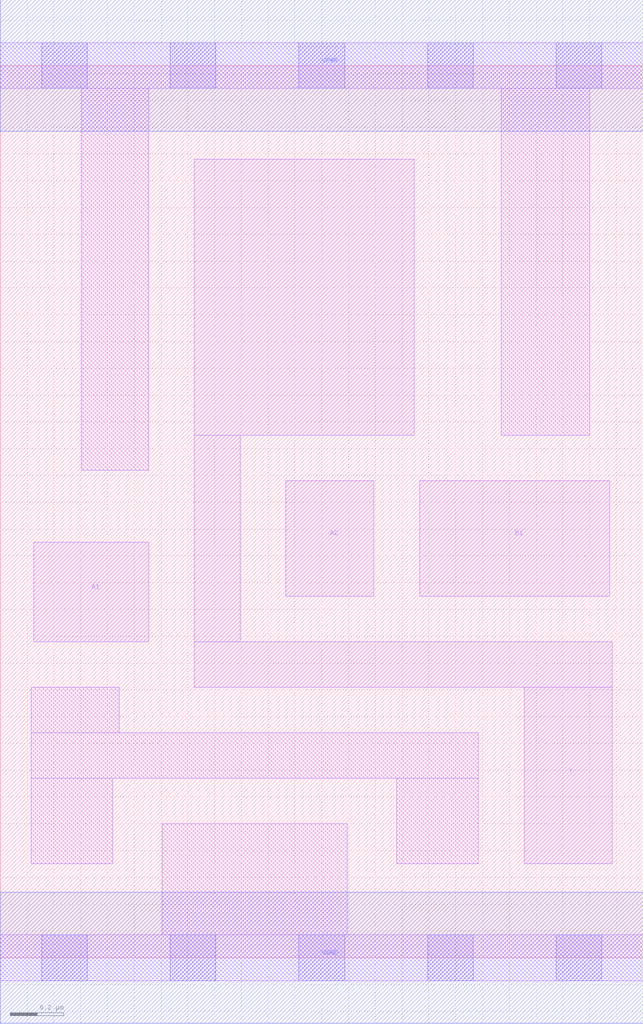
<source format=lef>
# Copyright 2020 The SkyWater PDK Authors
#
# Licensed under the Apache License, Version 2.0 (the "License");
# you may not use this file except in compliance with the License.
# You may obtain a copy of the License at
#
#     https://www.apache.org/licenses/LICENSE-2.0
#
# Unless required by applicable law or agreed to in writing, software
# distributed under the License is distributed on an "AS IS" BASIS,
# WITHOUT WARRANTIES OR CONDITIONS OF ANY KIND, either express or implied.
# See the License for the specific language governing permissions and
# limitations under the License.
#
# SPDX-License-Identifier: Apache-2.0

VERSION 5.5 ;
NAMESCASESENSITIVE ON ;
BUSBITCHARS "[]" ;
DIVIDERCHAR "/" ;
MACRO sky130_fd_sc_ls__o21ai_1
  CLASS CORE ;
  SOURCE USER ;
  ORIGIN  0.000000  0.000000 ;
  SIZE  2.400000 BY  3.330000 ;
  SYMMETRY X Y ;
  SITE unit ;
  PIN A1
    ANTENNAGATEAREA  0.279000 ;
    DIRECTION INPUT ;
    USE SIGNAL ;
    PORT
      LAYER li1 ;
        RECT 0.125000 1.180000 0.555000 1.550000 ;
    END
  END A1
  PIN A2
    ANTENNAGATEAREA  0.279000 ;
    DIRECTION INPUT ;
    USE SIGNAL ;
    PORT
      LAYER li1 ;
        RECT 1.065000 1.350000 1.395000 1.780000 ;
    END
  END A2
  PIN B1
    ANTENNAGATEAREA  0.279000 ;
    DIRECTION INPUT ;
    USE SIGNAL ;
    PORT
      LAYER li1 ;
        RECT 1.565000 1.350000 2.275000 1.780000 ;
    END
  END B1
  PIN Y
    ANTENNADIFFAREA  0.828300 ;
    DIRECTION OUTPUT ;
    USE SIGNAL ;
    PORT
      LAYER li1 ;
        RECT 0.725000 1.010000 2.285000 1.180000 ;
        RECT 0.725000 1.180000 0.895000 1.950000 ;
        RECT 0.725000 1.950000 1.545000 2.980000 ;
        RECT 1.955000 0.350000 2.285000 1.010000 ;
    END
  END Y
  PIN VGND
    DIRECTION INOUT ;
    SHAPE ABUTMENT ;
    USE GROUND ;
    PORT
      LAYER met1 ;
        RECT 0.000000 -0.245000 2.400000 0.245000 ;
    END
  END VGND
  PIN VNB
    DIRECTION INOUT ;
    USE GROUND ;
    PORT
    END
  END VNB
  PIN VPB
    DIRECTION INOUT ;
    USE POWER ;
    PORT
    END
  END VPB
  PIN VPWR
    DIRECTION INOUT ;
    SHAPE ABUTMENT ;
    USE POWER ;
    PORT
      LAYER met1 ;
        RECT 0.000000 3.085000 2.400000 3.575000 ;
    END
  END VPWR
  OBS
    LAYER li1 ;
      RECT 0.000000 -0.085000 2.400000 0.085000 ;
      RECT 0.000000  3.245000 2.400000 3.415000 ;
      RECT 0.115000  0.350000 0.420000 0.670000 ;
      RECT 0.115000  0.670000 1.785000 0.840000 ;
      RECT 0.115000  0.840000 0.445000 1.010000 ;
      RECT 0.305000  1.820000 0.555000 3.245000 ;
      RECT 0.605000  0.085000 1.295000 0.500000 ;
      RECT 1.480000  0.350000 1.785000 0.670000 ;
      RECT 1.870000  1.950000 2.200000 3.245000 ;
    LAYER mcon ;
      RECT 0.155000 -0.085000 0.325000 0.085000 ;
      RECT 0.155000  3.245000 0.325000 3.415000 ;
      RECT 0.635000 -0.085000 0.805000 0.085000 ;
      RECT 0.635000  3.245000 0.805000 3.415000 ;
      RECT 1.115000 -0.085000 1.285000 0.085000 ;
      RECT 1.115000  3.245000 1.285000 3.415000 ;
      RECT 1.595000 -0.085000 1.765000 0.085000 ;
      RECT 1.595000  3.245000 1.765000 3.415000 ;
      RECT 2.075000 -0.085000 2.245000 0.085000 ;
      RECT 2.075000  3.245000 2.245000 3.415000 ;
  END
END sky130_fd_sc_ls__o21ai_1
END LIBRARY

</source>
